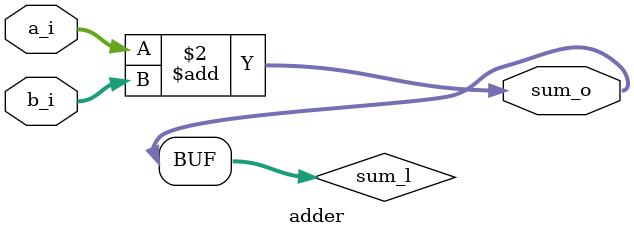
<source format=sv>
module adder
  #(parameter width_p = 5)
  // You must fill in the bit widths of a_i, b_i and sum_o. a_i and
  // b_i must be width_p bits.
  (input [width_p-1:0] a_i
  ,input [width_p-1:0] b_i
  ,output [width_p:0] sum_o);

   // For Lab 2, you may use assign statements!
   // Your code here

  logic [width_p:0] sum_l;
  
  always_comb begin
    sum_l = a_i + b_i;
  end

  assign sum_o = sum_l;

endmodule

</source>
